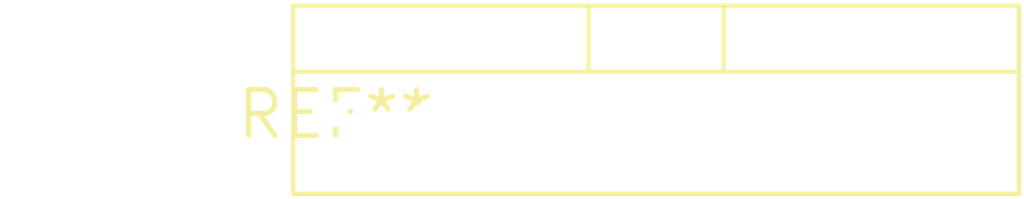
<source format=kicad_pcb>
(kicad_pcb (version 20240108) (generator pcbnew)
  (layers (0 "F.Cu" signal) (31 "B.Cu" signal) (34 "B.Paste" user) (35 "F.Paste" user) (36 "B.SilkS" user "B.Silkscreen") (37 "F.SilkS" user "F.Silkscreen") (38 "B.Mask" user) (39 "F.Mask" user) (44 "Edge.Cuts" user))
  (net 0 "")
  (footprint "TO-220-8_Vertical" (layer "F.Cu") (at 0 0)
    (property "Reference" "REF**")
    (property "Value" "TO-220-8_Vertical")
    (fp_line (start -1.18 -3.03) (end -1.18 2.211) (layer "F.SilkS") (stroke (width 0.12)))
    (fp_line (start -1.18 -3.03) (end 18.96 -3.03) (layer "F.SilkS") (stroke (width 0.12)))
    (fp_line (start -1.18 -1.19) (end 18.96 -1.19) (layer "F.SilkS") (stroke (width 0.12)))
    (fp_line (start -1.18 2.21) (end 18.96 2.21) (layer "F.SilkS") (stroke (width 0.12)))
    (fp_line (start 7.015 -3.03) (end 7.015 -1.19) (layer "F.SilkS") (stroke (width 0.12)))
    (fp_line (start 10.765 -3.03) (end 10.765 -1.19) (layer "F.SilkS") (stroke (width 0.12)))
    (fp_line (start 18.96 -3.03) (end 18.96 2.21) (layer "F.SilkS") (stroke (width 0.12)))
    (pad "1" thru_hole rect (at 0 0) (size 1.5 1.5) (drill 0.7) (layers *.Cu *.Mask) (remove_unused_layers))
    (pad "2" thru_hole oval (at 2.54 0) (size 1.5 1.5) (drill 0.7) (layers *.Cu *.Mask) (remove_unused_layers))
    (pad "3" thru_hole oval (at 5.08 0) (size 1.5 1.5) (drill 0.7) (layers *.Cu *.Mask) (remove_unused_layers))
    (pad "4" thru_hole oval (at 7.62 0) (size 1.5 1.5) (drill 0.7) (layers *.Cu *.Mask) (remove_unused_layers))
    (pad "5" thru_hole oval (at 10.16 0) (size 1.5 1.5) (drill 0.7) (layers *.Cu *.Mask) (remove_unused_layers))
    (pad "6" thru_hole oval (at 12.7 0) (size 1.5 1.5) (drill 0.7) (layers *.Cu *.Mask) (remove_unused_layers))
    (pad "7" thru_hole oval (at 15.24 0) (size 1.5 1.5) (drill 0.7) (layers *.Cu *.Mask) (remove_unused_layers))
    (pad "8" thru_hole oval (at 17.78 0) (size 1.5 1.5) (drill 0.7) (layers *.Cu *.Mask) (remove_unused_layers))
  )
)
</source>
